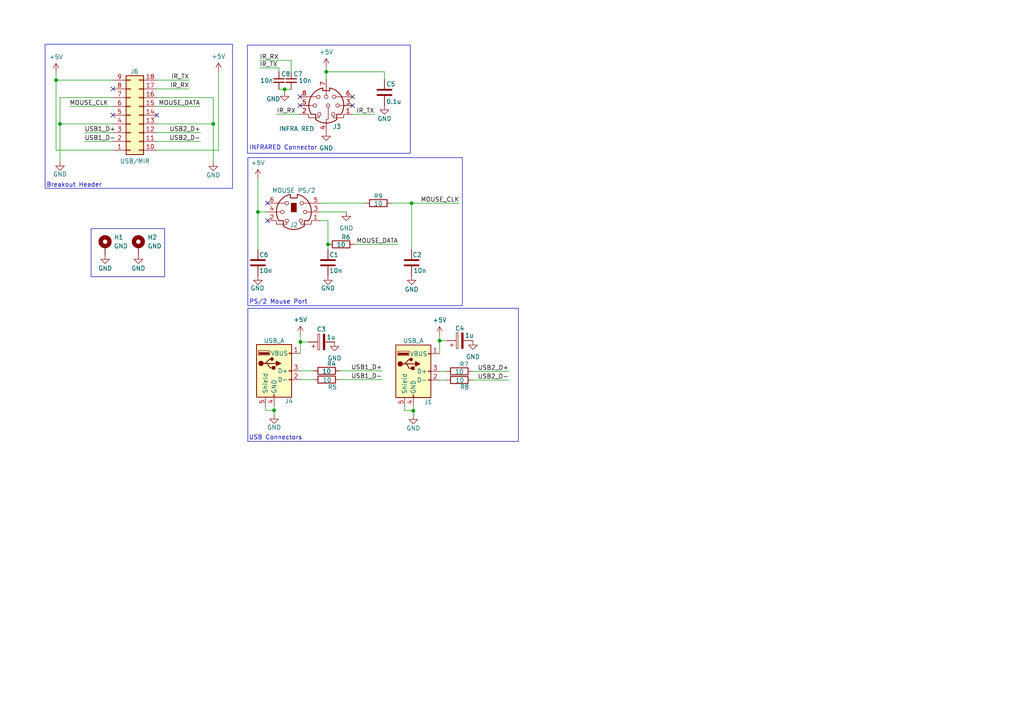
<source format=kicad_sch>
(kicad_sch (version 20231120) (generator "eeschema") (generator_version "8.0")
  (paper "A4")
  (lib_symbols
    (symbol "Connector:Mini-DIN-6" (pin_names (offset 1.016))
      (property "Reference" "J" (at 0 6.35 0))
      (property "Value" "Mini-DIN-6" (at 0 -6.35 0))
      (symbol "Mini-DIN-6_0_1"
        (circle (center -3.302 0) (radius 0.508))
        (arc (start -3.048 -4.064) (mid 0 -5.08) (end 3.048 -4.064) (stroke (width 0.254)))
        (circle (center -2.032 -2.54) (radius 0.508))
        (circle (center -2.032 2.54) (radius 0.508))
        (arc (start -1.016 5.08) (mid -4.6228 2.1214) (end -4.318 -2.54) (stroke (width 0.254)))
        (rectangle (start -0.762 2.54) (end 0.762 0) (fill (type outline)))
        (polyline (pts (xy -3.81 0) (xy -5.08 0)))
        (polyline (pts (xy -2.54 2.54) (xy -5.08 2.54)))
        (polyline (pts (xy 2.794 2.54) (xy 5.08 2.54)))
        (polyline (pts (xy 5.08 0) (xy 3.81 0)))
        (polyline (pts (xy -4.318 -2.54) (xy -3.048 -2.54) (xy -3.048 -4.064)) (stroke (width 0.254)))
        (polyline (pts (xy 4.318 -2.54) (xy 3.048 -2.54) (xy 3.048 -4.064)) (stroke (width 0.254)))
        (polyline (pts (xy -2.032 -3.048) (xy -2.032 -3.556) (xy -5.08 -3.556) (xy -5.08 -2.54)))
        (polyline (pts (xy -1.016 5.08) (xy -1.016 4.064) (xy 1.016 4.064) (xy 1.016 5.08)) (stroke (width 0.254)))
        (polyline (pts (xy 2.032 -3.048) (xy 2.032 -3.556) (xy 5.08 -3.556) (xy 5.08 -2.54)))
        (circle (center 2.032 -2.54) (radius 0.508))
        (circle (center 2.286 2.54) (radius 0.508))
        (circle (center 3.302 0) (radius 0.508))
        (arc (start 4.318 -2.54) (mid 4.6661 2.1322) (end 1.016 5.08) (stroke (width 0.254)))
      )
      (symbol "Mini-DIN-6_1_1"
        (pin passive line (at 7.62 -2.54 180) (length 2.54) (name "~") (number "1"))
        (pin passive line (at -7.62 -2.54 0) (length 2.54) (name "~") (number "2"))
        (pin passive line (at 7.62 0 180) (length 2.54) (name "~") (number "3"))
        (pin passive line (at -7.62 0 0) (length 2.54) (name "~") (number "4"))
        (pin passive line (at 7.62 2.54 180) (length 2.54) (name "~") (number "5"))
        (pin passive line (at -7.62 2.54 0) (length 2.54) (name "~") (number "6"))
      )
    )
    (symbol "Connector:Mini-DIN-8" (pin_names (offset 1.016))
      (property "Reference" "J" (at 5.08 5.08 0))
      (property "Value" "Mini-DIN-8" (at 10.668 -5.08 0))
      (symbol "Mini-DIN-8_0_1"
        (circle (center -3.302 0) (radius 0.508))
        (arc (start -3.048 -4.064) (mid 0 -5.08) (end 3.048 -4.064) (stroke (width 0.254)))
        (circle (center -2.286 2.5146) (radius 0.508))
        (circle (center -2.032 -2.54) (radius 0.508))
        (arc (start -1.016 5.08) (mid -4.6228 2.1214) (end -4.318 -2.54) (stroke (width 0.254)))
        (polyline (pts (xy -3.81 0) (xy -5.08 0)))
        (polyline (pts (xy -2.794 2.54) (xy -5.334 2.54)))
        (polyline (pts (xy 0 5.1054) (xy 0 3.048)))
        (polyline (pts (xy 2.794 2.54) (xy 5.08 2.54)))
        (polyline (pts (xy 5.08 0) (xy 3.81 0)))
        (polyline (pts (xy -4.318 -2.54) (xy -3.048 -2.54) (xy -3.048 -4.064)) (stroke (width 0.254)))
        (polyline (pts (xy 4.318 -2.54) (xy 3.048 -2.54) (xy 3.048 -4.064)) (stroke (width 0.254)))
        (polyline (pts (xy -2.032 -3.048) (xy -2.032 -3.556) (xy -5.08 -3.556) (xy -5.08 -2.54)))
        (polyline (pts (xy -1.016 5.08) (xy -1.016 4.318) (xy 1.016 4.318) (xy 1.016 5.08)) (stroke (width 0.254)))
        (polyline (pts (xy 0.5842 -0.508) (xy 0.5842 -4.0132) (xy 0 -4.0132) (xy 0 -5.1816)))
        (polyline (pts (xy 2.032 -3.048) (xy 2.032 -3.556) (xy 5.08 -3.556) (xy 5.08 -2.54)))
        (circle (center 0 2.54) (radius 0.508))
        (circle (center 2.032 -2.54) (radius 0.508))
        (circle (center 2.286 2.54) (radius 0.508))
        (circle (center 3.302 0) (radius 0.508))
        (arc (start 4.318 -2.54) (mid 4.6661 2.1322) (end 1.016 5.08) (stroke (width 0.254)))
      )
      (symbol "Mini-DIN-8_1_1"
        (circle (center 0.5334 0) (radius 0.508))
        (pin passive line (at 7.62 -2.54 180) (length 2.54) (name "~") (number "1"))
        (pin passive line (at -7.62 -2.54 0) (length 2.54) (name "~") (number "2"))
        (pin passive line (at 7.62 0 180) (length 2.54) (name "~") (number "3"))
        (pin passive line (at 0 -7.62 90) (length 2.54) (name "~") (number "4"))
        (pin passive line (at -7.62 0 0) (length 2.54) (name "~") (number "5"))
        (pin passive line (at 7.62 2.54 180) (length 2.54) (name "~") (number "6"))
        (pin passive line (at 0 7.62 270) (length 2.54) (name "~") (number "7"))
        (pin passive line (at -7.62 2.54 0) (length 2.54) (name "~") (number "8"))
      )
    )
    (symbol "Connector:USB_A" (pin_names (offset 1.016))
      (property "Reference" "J" (at -5.08 11.43 0))
      (property "Value" "USB_A" (at -5.08 8.89 0))
      (symbol "USB_A_0_1"
        (rectangle (start -5.08 -7.62) (end 5.08 7.62) (stroke (width 0.254)) (fill (type background)))
        (circle (center -3.81 2.159) (radius 0.635) (stroke (width 0.254)) (fill (type outline)))
        (rectangle (start -1.524 4.826) (end -4.318 5.334) (fill (type outline)))
        (rectangle (start -1.27 4.572) (end -4.572 5.842))
        (circle (center -0.635 3.429) (radius 0.381) (stroke (width 0.254)) (fill (type outline)))
        (rectangle (start -0.127 -7.62) (end 0.127 -6.858))
        (polyline (pts (xy -3.175 2.159) (xy -2.54 2.159) (xy -1.27 3.429) (xy -0.635 3.429)) (stroke (width 0.254)))
        (polyline (pts (xy -2.54 2.159) (xy -1.905 2.159) (xy -1.27 0.889) (xy 0 0.889)) (stroke (width 0.254)))
        (polyline (pts (xy 0.635 2.794) (xy 0.635 1.524) (xy 1.905 2.159) (xy 0.635 2.794)) (stroke (width 0.254)) (fill (type outline)))
        (rectangle (start 0.254 1.27) (end -0.508 0.508) (stroke (width 0.254)) (fill (type outline)))
        (rectangle (start 5.08 -2.667) (end 4.318 -2.413))
        (rectangle (start 5.08 -0.127) (end 4.318 0.127))
        (rectangle (start 5.08 4.953) (end 4.318 5.207))
      )
      (symbol "USB_A_1_1"
        (polyline (pts (xy -1.905 2.159) (xy 0.635 2.159)) (stroke (width 0.254)))
        (pin power_in line (at 7.62 5.08 180) (length 2.54) (name "VBUS") (number "1"))
        (pin bidirectional line (at 7.62 -2.54 180) (length 2.54) (name "D-") (number "2"))
        (pin bidirectional line (at 7.62 0 180) (length 2.54) (name "D+") (number "3"))
        (pin power_in line (at 0 -10.16 90) (length 2.54) (name "GND") (number "4"))
        (pin passive line (at -2.54 -10.16 90) (length 2.54) (name "Shield") (number "5"))
      )
    )
    (symbol "Connector_Generic:Conn_02x09_Top_Bottom" (pin_names (offset 1.016) hide)
      (property "Reference" "J" (at 1.27 12.7 0))
      (property "Value" "Conn_02x09_Top_Bottom" (at 1.27 -12.7 0))
      (symbol "Conn_02x09_Top_Bottom_1_1"
        (rectangle (start -1.27 -10.033) (end 0 -10.287) (stroke (width 0.1524)))
        (rectangle (start -1.27 -7.493) (end 0 -7.747) (stroke (width 0.1524)))
        (rectangle (start -1.27 -4.953) (end 0 -5.207) (stroke (width 0.1524)))
        (rectangle (start -1.27 -2.413) (end 0 -2.667) (stroke (width 0.1524)))
        (rectangle (start -1.27 0.127) (end 0 -0.127) (stroke (width 0.1524)))
        (rectangle (start -1.27 2.667) (end 0 2.413) (stroke (width 0.1524)))
        (rectangle (start -1.27 5.207) (end 0 4.953) (stroke (width 0.1524)))
        (rectangle (start -1.27 7.747) (end 0 7.493) (stroke (width 0.1524)))
        (rectangle (start -1.27 10.287) (end 0 10.033) (stroke (width 0.1524)))
        (rectangle (start -1.27 11.43) (end 3.81 -11.43) (stroke (width 0.254)) (fill (type background)))
        (rectangle (start 3.81 -10.033) (end 2.54 -10.287) (stroke (width 0.1524)))
        (rectangle (start 3.81 -7.493) (end 2.54 -7.747) (stroke (width 0.1524)))
        (rectangle (start 3.81 -4.953) (end 2.54 -5.207) (stroke (width 0.1524)))
        (rectangle (start 3.81 -2.413) (end 2.54 -2.667) (stroke (width 0.1524)))
        (rectangle (start 3.81 0.127) (end 2.54 -0.127) (stroke (width 0.1524)))
        (rectangle (start 3.81 2.667) (end 2.54 2.413) (stroke (width 0.1524)))
        (rectangle (start 3.81 5.207) (end 2.54 4.953) (stroke (width 0.1524)))
        (rectangle (start 3.81 7.747) (end 2.54 7.493) (stroke (width 0.1524)))
        (rectangle (start 3.81 10.287) (end 2.54 10.033) (stroke (width 0.1524)))
        (pin passive line (at -5.08 10.16 0) (length 3.81) (name "Pin_1") (number "1"))
        (pin passive line (at 7.62 10.16 180) (length 3.81) (name "Pin_10") (number "10"))
        (pin passive line (at 7.62 7.62 180) (length 3.81) (name "Pin_11") (number "11"))
        (pin passive line (at 7.62 5.08 180) (length 3.81) (name "Pin_12") (number "12"))
        (pin passive line (at 7.62 2.54 180) (length 3.81) (name "Pin_13") (number "13"))
        (pin passive line (at 7.62 0 180) (length 3.81) (name "Pin_14") (number "14"))
        (pin passive line (at 7.62 -2.54 180) (length 3.81) (name "Pin_15") (number "15"))
        (pin passive line (at 7.62 -5.08 180) (length 3.81) (name "Pin_16") (number "16"))
        (pin passive line (at 7.62 -7.62 180) (length 3.81) (name "Pin_17") (number "17"))
        (pin passive line (at 7.62 -10.16 180) (length 3.81) (name "Pin_18") (number "18"))
        (pin passive line (at -5.08 7.62 0) (length 3.81) (name "Pin_2") (number "2"))
        (pin passive line (at -5.08 5.08 0) (length 3.81) (name "Pin_3") (number "3"))
        (pin passive line (at -5.08 2.54 0) (length 3.81) (name "Pin_4") (number "4"))
        (pin passive line (at -5.08 0 0) (length 3.81) (name "Pin_5") (number "5"))
        (pin passive line (at -5.08 -2.54 0) (length 3.81) (name "Pin_6") (number "6"))
        (pin passive line (at -5.08 -5.08 0) (length 3.81) (name "Pin_7") (number "7"))
        (pin passive line (at -5.08 -7.62 0) (length 3.81) (name "Pin_8") (number "8"))
        (pin passive line (at -5.08 -10.16 0) (length 3.81) (name "Pin_9") (number "9"))
      )
    )
    (symbol "Device:C" (pin_numbers hide) (pin_names (offset 0.254))
      (property "Reference" "C" (at 0.635 2.54 0))
      (property "Value" "C" (at 0.635 -2.54 0))
      (symbol "C_0_1"
        (polyline (pts (xy -2.032 -0.762) (xy 2.032 -0.762)) (stroke (width 0.508)))
        (polyline (pts (xy -2.032 0.762) (xy 2.032 0.762)) (stroke (width 0.508)))
      )
      (symbol "C_1_1"
        (pin passive line (at 0 3.81 270) (length 2.794) (name "~") (number "1"))
        (pin passive line (at 0 -3.81 90) (length 2.794) (name "~") (number "2"))
      )
    )
    (symbol "Device:C_Polarized" (pin_numbers hide) (pin_names (offset 0.254))
      (property "Reference" "C" (at 0.635 2.54 0))
      (property "Value" "C_Polarized" (at 0.635 -2.54 0))
      (symbol "C_Polarized_0_1"
        (rectangle (start -2.286 0.508) (end 2.286 1.016))
        (polyline (pts (xy -1.778 2.286) (xy -0.762 2.286)))
        (polyline (pts (xy -1.27 2.794) (xy -1.27 1.778)))
        (rectangle (start 2.286 -0.508) (end -2.286 -1.016) (fill (type outline)))
      )
      (symbol "C_Polarized_1_1"
        (pin passive line (at 0 3.81 270) (length 2.794) (name "~") (number "1"))
        (pin passive line (at 0 -3.81 90) (length 2.794) (name "~") (number "2"))
      )
    )
    (symbol "Device:C_Small" (pin_numbers hide) (pin_names (offset 0.254) hide)
      (property "Reference" "C" (at 0.254 1.778 0))
      (property "Value" "C_Small" (at 0.254 -2.032 0))
      (symbol "C_Small_0_1"
        (polyline (pts (xy -1.524 -0.508) (xy 1.524 -0.508)) (stroke (width 0.3302)))
        (polyline (pts (xy -1.524 0.508) (xy 1.524 0.508)) (stroke (width 0.3048)))
      )
      (symbol "C_Small_1_1"
        (pin passive line (at 0 2.54 270) (length 2.032) (name "~") (number "1"))
        (pin passive line (at 0 -2.54 90) (length 2.032) (name "~") (number "2"))
      )
    )
    (symbol "Device:R" (pin_numbers hide) (pin_names (offset 0))
      (property "Reference" "R" (at 2.032 0 90))
      (property "Value" "R" (at 0 0 90))
      (symbol "R_0_1"
        (rectangle (start -1.016 -2.54) (end 1.016 2.54) (stroke (width 0.254)))
      )
      (symbol "R_1_1"
        (pin passive line (at 0 3.81 270) (length 1.27) (name "~") (number "1"))
        (pin passive line (at 0 -3.81 90) (length 1.27) (name "~") (number "2"))
      )
    )
    (symbol "Mechanical:MountingHole_Pad" (pin_numbers hide) (pin_names (offset 1.016) hide)
      (property "Reference" "H" (at 0 6.35 0))
      (property "Value" "MountingHole_Pad" (at 0 4.445 0))
      (symbol "MountingHole_Pad_0_1"
        (circle (center 0 1.27) (radius 1.27) (stroke (width 1.27)))
      )
      (symbol "MountingHole_Pad_1_1"
        (pin input line (at 0 -2.54 90) (length 2.54) (name "1") (number "1"))
      )
    )
    (symbol "power:+5V" (power) (pin_names (offset 0))
      (property "Value" "+5V" (at 0 3.556 0))
      (symbol "+5V_0_1"
        (polyline (pts (xy -0.762 1.27) (xy 0 2.54)))
        (polyline (pts (xy 0 0) (xy 0 2.54)))
        (polyline (pts (xy 0 2.54) (xy 0.762 1.27)))
      )
      (symbol "+5V_1_1"
        (pin power_in line (at 0 0 90) (length 0) hide (name "+5V") (number "1"))
      )
    )
    (symbol "power:GND" (power) (pin_names (offset 0))
      (property "Value" "GND" (at 0 -3.81 0))
      (symbol "GND_0_1"
        (polyline (pts (xy 0 0) (xy 0 -1.27) (xy 1.27 -1.27) (xy 0 -2.54) (xy -1.27 -1.27) (xy 0 -1.27)))
      )
      (symbol "GND_1_1"
        (pin power_in line (at 0 0 270) (length 0) hide (name "GND") (number "1"))
      )
    )
  )
  (junction (at 87.122 99.187))
  (junction (at 74.803 61.468))
  (junction (at 61.849 35.941))
  (junction (at 16.256 23.241))
  (junction (at 119.888 119.126))
  (junction (at 127.508 98.806))
  (junction (at 95.123 70.866))
  (junction (at 119.38 58.928))
  (junction (at 17.399 35.941))
  (junction (at 94.615 20.828))
  (junction (at 79.502 118.999))
  (junction (at 82.55 25.908))
  (no_connect (at 45.466 33.401))
  (no_connect (at 102.235 28.067))
  (no_connect (at 77.597 58.928))
  (no_connect (at 77.597 64.008))
  (no_connect (at 32.766 33.401))
  (no_connect (at 32.766 25.781))
  (no_connect (at 86.995 30.607))
  (no_connect (at 102.235 30.607))
  (no_connect (at 86.995 28.067))
  (wire (pts (xy 80.264 33.147) (xy 86.995 33.147)))
  (wire (pts (xy 32.766 23.241) (xy 16.256 23.241)))
  (wire (pts (xy 94.615 20.828) (xy 94.615 22.987)))
  (wire (pts (xy 102.235 33.147) (xy 108.585 33.147)))
  (wire (pts (xy 84.455 25.908) (xy 82.55 25.908)))
  (wire (pts (xy 137.033 110.236) (xy 147.574 110.236)))
  (wire (pts (xy 111.506 20.828) (xy 94.615 20.828)))
  (wire (pts (xy 20.193 30.861) (xy 32.766 30.861)))
  (wire (pts (xy 127.508 110.236) (xy 129.413 110.236)))
  (wire (pts (xy 119.888 117.856) (xy 119.888 119.126)))
  (wire (pts (xy 76.962 117.729) (xy 76.962 118.999)))
  (wire (pts (xy 111.506 22.987) (xy 111.506 20.828)))
  (wire (pts (xy 82.55 25.908) (xy 82.55 26.67)))
  (wire (pts (xy 90.932 107.569) (xy 87.122 107.569)))
  (wire (pts (xy 16.256 20.955) (xy 16.256 23.241)))
  (wire (pts (xy 32.766 38.481) (xy 24.511 38.481)))
  (wire (pts (xy 119.38 58.928) (xy 113.538 58.928)))
  (wire (pts (xy 79.502 117.729) (xy 79.502 118.999)))
  (wire (pts (xy 137.033 107.696) (xy 147.574 107.696)))
  (wire (pts (xy 45.466 28.321) (xy 61.849 28.321)))
  (wire (pts (xy 17.399 35.941) (xy 32.766 35.941)))
  (wire (pts (xy 127.508 107.696) (xy 129.413 107.696)))
  (wire (pts (xy 127.508 97.282) (xy 127.508 98.806)))
  (wire (pts (xy 90.932 110.109) (xy 87.122 110.109)))
  (wire (pts (xy 75.311 19.685) (xy 80.899 19.685)))
  (wire (pts (xy 74.803 61.468) (xy 77.597 61.468)))
  (wire (pts (xy 87.122 99.187) (xy 87.122 102.489)))
  (wire (pts (xy 61.849 28.321) (xy 61.849 35.941)))
  (wire (pts (xy 45.466 38.481) (xy 58.166 38.481)))
  (wire (pts (xy 84.455 17.526) (xy 75.311 17.526)))
  (wire (pts (xy 45.466 35.941) (xy 61.849 35.941)))
  (wire (pts (xy 84.455 20.828) (xy 84.455 17.526)))
  (wire (pts (xy 76.962 118.999) (xy 79.502 118.999)))
  (wire (pts (xy 16.256 43.561) (xy 16.256 23.241)))
  (wire (pts (xy 74.803 51.689) (xy 74.803 61.468)))
  (wire (pts (xy 74.803 72.39) (xy 74.803 61.468)))
  (wire (pts (xy 94.615 19.558) (xy 94.615 20.828)))
  (wire (pts (xy 17.399 35.941) (xy 17.399 46.863)))
  (wire (pts (xy 45.466 43.561) (xy 63.373 43.561)))
  (wire (pts (xy 63.373 20.828) (xy 63.373 43.561)))
  (wire (pts (xy 32.766 28.321) (xy 17.399 28.321)))
  (wire (pts (xy 110.871 107.569) (xy 98.552 107.569)))
  (wire (pts (xy 89.408 99.187) (xy 87.122 99.187)))
  (wire (pts (xy 127.508 98.806) (xy 127.508 102.616)))
  (wire (pts (xy 133.223 58.928) (xy 119.38 58.928)))
  (wire (pts (xy 45.466 41.021) (xy 58.166 41.021)))
  (wire (pts (xy 129.54 98.806) (xy 127.508 98.806)))
  (wire (pts (xy 54.864 25.781) (xy 45.466 25.781)))
  (wire (pts (xy 117.348 117.856) (xy 117.348 119.126)))
  (wire (pts (xy 79.502 118.999) (xy 79.502 120.269)))
  (wire (pts (xy 17.399 28.321) (xy 17.399 35.941)))
  (wire (pts (xy 117.348 119.126) (xy 119.888 119.126)))
  (wire (pts (xy 110.871 110.109) (xy 98.552 110.109)))
  (wire (pts (xy 119.888 119.126) (xy 119.888 120.396)))
  (wire (pts (xy 92.837 64.008) (xy 95.123 64.008)))
  (wire (pts (xy 95.123 70.866) (xy 95.123 72.39)))
  (wire (pts (xy 92.837 61.468) (xy 100.457 61.468)))
  (wire (pts (xy 87.122 97.155) (xy 87.122 99.187)))
  (wire (pts (xy 58.039 30.861) (xy 45.466 30.861)))
  (wire (pts (xy 61.849 35.941) (xy 61.849 46.99)))
  (wire (pts (xy 92.837 58.928) (xy 105.918 58.928)))
  (wire (pts (xy 119.38 72.39) (xy 119.38 58.928)))
  (wire (pts (xy 32.766 43.561) (xy 16.256 43.561)))
  (wire (pts (xy 80.899 19.685) (xy 80.899 20.828)))
  (wire (pts (xy 82.55 25.908) (xy 80.899 25.908)))
  (wire (pts (xy 54.864 23.241) (xy 45.466 23.241)))
  (wire (pts (xy 115.443 70.866) (xy 102.743 70.866)))
  (wire (pts (xy 24.511 41.021) (xy 32.766 41.021)))
  (wire (pts (xy 95.123 64.008) (xy 95.123 70.866)))
  (rectangle (start 71.882 45.72) (end 134.112 88.646))
  (rectangle (start 71.755 13.081) (end 118.999 44.45))
  (rectangle (start 13.081 12.827) (end 67.437 54.61))
  (rectangle (start 26.416 66.294) (end 47.752 80.264))
  (rectangle (start 71.882 89.408) (end 150.368 128.016))
  (text "PS/2 Mouse Port\n" (at 72.263 88.392 0) (effects (font (size 1.27 1.27)) (justify left bottom)))
  (text "USB Connectors\n" (at 72.136 127.762 0) (effects (font (size 1.27 1.27)) (justify left bottom)))
  (text "Breakout Header\n" (at 13.462 54.483 0) (effects (font (size 1.27 1.27)) (justify left bottom)))
  (text "INFRARED Connector\n" (at 72.263 43.688 0) (effects (font (size 1.27 1.27)) (justify left bottom)))
  (label "USB2_D-" (at 147.574 110.236 180))
  (label "IR_TX" (at 108.585 33.147 180))
  (label "MOUSE_CLK" (at 133.223 58.928 180))
  (label "USB1_D+" (at 24.511 38.481 0))
  (label "USB1_D-" (at 110.871 110.109 180))
  (label "MOUSE_DATA" (at 58.039 30.861 180))
  (label "IR_RX" (at 75.311 17.526 0))
  (label "IR_TX" (at 54.864 23.241 180))
  (label "USB2_D+" (at 58.166 38.481 180))
  (label "IR_RX" (at 80.264 33.147 0))
  (label "MOUSE_CLK" (at 20.193 30.861 0))
  (label "IR_TX" (at 75.311 19.685 0))
  (label "USB1_D+" (at 110.871 107.569 180))
  (label "USB2_D+" (at 147.574 107.696 180))
  (label "IR_RX" (at 54.864 25.781 180))
  (label "MOUSE_DATA" (at 115.443 70.866 180))
  (label "USB1_D-" (at 24.511 41.021 0))
  (label "USB2_D-" (at 58.166 41.021 180))
  (symbol (lib_id "power:GND") (at 100.457 61.468 0) (unit 1)
    (property "Reference" "#PWR010" (effects (hide yes)))
    (property "Value" "GND" (at 100.457 66.167 0))
  )
  (symbol (lib_id "power:+5V") (at 16.256 20.955 0) (unit 1)
    (property "Reference" "#PWR01" (effects (hide yes)))
    (property "Value" "+5V" (at 16.256 16.51 0))
  )
  (symbol (lib_id "Device:C_Polarized") (at 133.35 98.806 90) (unit 1)
    (property "Reference" "C4" (at 133.35 95.25 90))
    (property "Value" "1u" (at 136.144 97.282 90))
    (property "Footprint" "Capacitor_SMD:CP_Elec_4x5.3" (effects (hide yes)))
  )
  (symbol (lib_id "power:GND") (at 97.028 99.187 0) (unit 1)
    (property "Reference" "#PWR015" (effects (hide yes)))
    (property "Value" "GND" (at 97.028 103.886 0))
  )
  (symbol (lib_id "Device:C") (at 74.803 76.2 0) (unit 1)
    (property "Reference" "C6" (at 75.184 73.914 0) (effects (justify left)))
    (property "Value" "10n" (at 75.184 78.486 0) (effects (justify left)))
    (property "Footprint" "Capacitor_SMD:C_0805_2012Metric_Pad1.18x1.45mm_HandSolder" (effects (hide yes)))
  )
  (symbol (lib_id "Connector:Mini-DIN-8") (at 94.615 30.607 0) (unit 1)
    (property "Reference" "J3" (at 96.52 36.703 0) (effects (justify left)))
    (property "Value" "INFRA RED" (at 80.899 37.338 0) (effects (justify left)))
    (property "Footprint" "8PinDin:CONN8_1658998-1_TEC" (effects (hide yes)))
    (property "Datasheet" "http://service.powerdynamics.com/ec/Catalog17/Section%2011.pdf" (effects (hide yes)))
  )
  (symbol (lib_id "Device:R") (at 94.742 107.569 90) (unit 1)
    (property "Reference" "R4" (at 96.139 105.537 90))
    (property "Value" "10" (at 94.742 107.696 90))
    (property "Footprint" "Resistor_SMD:R_0805_2012Metric_Pad1.20x1.40mm_HandSolder" (effects (hide yes)))
  )
  (symbol (lib_id "Device:R") (at 109.728 58.928 90) (unit 1)
    (property "Reference" "R9" (at 109.728 56.896 90))
    (property "Value" "10" (at 109.728 59.055 90))
    (property "Footprint" "Resistor_SMD:R_0805_2012Metric_Pad1.20x1.40mm_HandSolder" (effects (hide yes)))
  )
  (symbol (lib_id "power:GND") (at 137.16 98.806 0) (unit 1)
    (property "Reference" "#PWR014" (effects (hide yes)))
    (property "Value" "GND" (at 137.16 103.505 0))
  )
  (symbol (lib_id "power:GND") (at 79.502 120.269 0) (unit 1)
    (property "Reference" "#PWR06" (effects (hide yes)))
    (property "Value" "GND" (at 79.502 123.952 0))
  )
  (symbol (lib_id "Device:C") (at 111.506 26.797 0) (unit 1)
    (property "Reference" "C5" (at 112.014 24.384 0) (effects (justify left)))
    (property "Value" "0.1u" (at 112.014 29.464 0) (effects (justify left)))
    (property "Footprint" "Capacitor_SMD:C_0805_2012Metric_Pad1.18x1.45mm_HandSolder" (effects (hide yes)))
  )
  (symbol (lib_id "Mechanical:MountingHole_Pad") (at 30.48 71.374 0) (unit 1)
    (property "Reference" "H1" (at 33.02 68.834 0) (effects (justify left)))
    (property "Value" "GND" (at 33.02 71.374 0) (effects (justify left)))
    (property "Footprint" "MountingHole:MountingHole_2.5mm_Pad_TopBottom" (effects (hide yes)))
  )
  (symbol (lib_id "Connector:Mini-DIN-6") (at 85.217 61.468 0) (unit 1)
    (property "Reference" "J2" (at 85.217 65.278 0))
    (property "Value" "MOUSE PS/2" (at 85.217 55.245 0))
    (property "Footprint" "Custom Footprints:Connector_Mini-DIN_Female_6Pin_2rows" (effects (hide yes)))
    (property "Datasheet" "http://service.powerdynamics.com/ec/Catalog17/Section%2011.pdf" (effects (hide yes)))
  )
  (symbol (lib_id "Device:R") (at 98.933 70.866 90) (unit 1)
    (property "Reference" "R6" (at 100.33 68.834 90))
    (property "Value" "10" (at 98.933 70.993 90))
    (property "Footprint" "Resistor_SMD:R_0805_2012Metric_Pad1.20x1.40mm_HandSolder" (effects (hide yes)))
  )
  (symbol (lib_id "power:+5V") (at 94.615 19.558 0) (unit 1)
    (property "Reference" "#PWR016" (effects (hide yes)))
    (property "Value" "+5V" (at 94.615 15.113 0))
  )
  (symbol (lib_id "power:GND") (at 30.48 73.914 0) (unit 1)
    (property "Reference" "#PWR017" (effects (hide yes)))
    (property "Value" "GND" (at 30.48 77.851 0))
  )
  (symbol (lib_id "power:GND") (at 17.399 46.863 0) (unit 1)
    (property "Reference" "#PWR02" (effects (hide yes)))
    (property "Value" "GND" (at 17.399 50.546 0))
  )
  (symbol (lib_id "power:GND") (at 94.615 38.227 0) (unit 1)
    (property "Reference" "#PWR09" (effects (hide yes)))
    (property "Value" "GND" (at 94.615 42.926 0))
  )
  (symbol (lib_id "Connector:USB_A") (at 79.502 107.569 0) (unit 1)
    (property "Reference" "J4" (at 83.82 116.332 0))
    (property "Value" "USB_A" (at 79.502 98.806 0))
    (property "Footprint" "Connector_USB:USB_A_Molex_67643_Horizontal" (effects (hide yes)))
    (property "Datasheet" " ~" (effects (hide yes)))
  )
  (symbol (lib_id "power:+5V") (at 63.373 20.828 0) (unit 1)
    (property "Reference" "#PWR03" (effects (hide yes)))
    (property "Value" "+5V" (at 63.373 16.383 0))
  )
  (symbol (lib_id "power:GND") (at 119.888 120.396 0) (unit 1)
    (property "Reference" "#PWR07" (effects (hide yes)))
    (property "Value" "GND" (at 119.888 124.206 0))
  )
  (symbol (lib_id "power:+5V") (at 74.803 51.689 0) (unit 1)
    (property "Reference" "#PWR012" (effects (hide yes)))
    (property "Value" "+5V" (at 74.803 47.244 0))
  )
  (symbol (lib_id "power:+5V") (at 127.508 97.282 0) (unit 1)
    (property "Reference" "#PWR08" (effects (hide yes)))
    (property "Value" "+5V" (at 127.508 92.837 0))
  )
  (symbol (lib_id "power:GND") (at 74.803 80.01 0) (unit 1)
    (property "Reference" "#PWR019" (effects (hide yes)))
    (property "Value" "GND" (at 74.676 83.566 0))
  )
  (symbol (lib_id "Device:R") (at 133.223 110.236 90) (unit 1)
    (property "Reference" "R8" (at 134.747 112.268 90))
    (property "Value" "10" (at 133.35 110.363 90))
    (property "Footprint" "Resistor_SMD:R_0805_2012Metric_Pad1.20x1.40mm_HandSolder" (effects (hide yes)))
  )
  (symbol (lib_id "power:GND") (at 95.123 80.01 0) (unit 1)
    (property "Reference" "#PWR011" (effects (hide yes)))
    (property "Value" "GND" (at 95.123 83.566 0))
  )
  (symbol (lib_id "Device:R") (at 133.223 107.696 90) (unit 1)
    (property "Reference" "R7" (at 134.62 105.664 90))
    (property "Value" "10" (at 133.223 107.823 90))
    (property "Footprint" "Resistor_SMD:R_0805_2012Metric_Pad1.20x1.40mm_HandSolder" (effects (hide yes)))
  )
  (symbol (lib_id "Device:C_Polarized") (at 93.218 99.187 90) (unit 1)
    (property "Reference" "C3" (at 93.218 95.504 90))
    (property "Value" "1u" (at 96.012 97.79 90))
    (property "Footprint" "Capacitor_SMD:CP_Elec_4x5.3" (effects (hide yes)))
  )
  (symbol (lib_id "Device:R") (at 94.742 110.109 90) (unit 1)
    (property "Reference" "R5" (at 96.393 112.268 90))
    (property "Value" "10" (at 94.869 110.236 90))
    (property "Footprint" "Resistor_SMD:R_0805_2012Metric_Pad1.20x1.40mm_HandSolder" (effects (hide yes)))
  )
  (symbol (lib_id "Device:C") (at 95.123 76.2 0) (unit 1)
    (property "Reference" "C1" (at 95.504 73.914 0) (effects (justify left)))
    (property "Value" "10n" (at 95.504 78.486 0) (effects (justify left)))
    (property "Footprint" "Capacitor_SMD:C_0805_2012Metric_Pad1.18x1.45mm_HandSolder" (effects (hide yes)))
  )
  (symbol (lib_id "power:GND") (at 111.506 30.607 0) (unit 1)
    (property "Reference" "#PWR018" (effects (hide yes)))
    (property "Value" "GND" (at 111.506 34.417 0))
  )
  (symbol (lib_id "power:GND") (at 40.132 73.914 0) (unit 1)
    (property "Reference" "#PWR020" (effects (hide yes)))
    (property "Value" "GND" (at 40.132 77.851 0))
  )
  (symbol (lib_id "power:GND") (at 61.849 46.99 0) (unit 1)
    (property "Reference" "#PWR04" (effects (hide yes)))
    (property "Value" "GND" (at 61.849 50.8 0))
  )
  (symbol (lib_id "Device:C_Small") (at 84.455 23.368 0) (unit 1)
    (property "Reference" "C7" (at 85.09 21.463 0) (effects (justify left)))
    (property "Value" "10n" (at 86.614 23.368 0) (effects (justify left)))
    (property "Footprint" "Capacitor_SMD:C_0805_2012Metric_Pad1.18x1.45mm_HandSolder" (effects (hide yes)))
  )
  (symbol (lib_id "power:GND") (at 82.55 26.67 0) (unit 1)
    (property "Reference" "#PWR021" (effects (hide yes)))
    (property "Value" "GND" (at 79.248 28.702 0))
  )
  (symbol (lib_id "power:GND") (at 119.38 80.01 0) (unit 1)
    (property "Reference" "#PWR013" (effects (hide yes)))
    (property "Value" "GND" (at 119.38 83.947 0))
  )
  (symbol (lib_id "Connector:USB_A") (at 119.888 107.696 0) (unit 1)
    (property "Reference" "J1" (at 124.206 116.586 0))
    (property "Value" "USB_A" (at 119.888 98.806 0))
    (property "Footprint" "Connector_USB:USB_A_Molex_67643_Horizontal" (effects (hide yes)))
    (property "Datasheet" " ~" (effects (hide yes)))
  )
  (symbol (lib_id "Connector_Generic:Conn_02x09_Top_Bottom") (at 37.846 33.401 0) (mirror x) (unit 1)
    (property "Reference" "J6" (at 38.989 20.701 0))
    (property "Value" "USB/MIR" (at 39.116 46.736 0))
    (property "Footprint" "Connector_PinHeader_2.54mm:PinHeader_2x09_P2.54mm_Vertical" (effects (hide yes)))
  )
  (symbol (lib_id "Device:C_Small") (at 80.899 23.368 0) (unit 1)
    (property "Reference" "C8" (at 81.534 21.463 0) (effects (justify left)))
    (property "Value" "10n" (at 75.438 23.368 0) (effects (justify left)))
    (property "Footprint" "Capacitor_SMD:C_0805_2012Metric_Pad1.18x1.45mm_HandSolder" (effects (hide yes)))
  )
  (symbol (lib_id "Mechanical:MountingHole_Pad") (at 40.132 71.374 0) (unit 1)
    (property "Reference" "H2" (at 42.799 68.834 0) (effects (justify left)))
    (property "Value" "GND" (at 42.799 71.374 0) (effects (justify left)))
    (property "Footprint" "MountingHole:MountingHole_2.5mm_Pad_TopBottom" (effects (hide yes)))
  )
  (symbol (lib_id "Device:C") (at 119.38 76.2 0) (unit 1)
    (property "Reference" "C2" (at 119.634 73.914 0) (effects (justify left)))
    (property "Value" "10n" (at 119.888 78.486 0) (effects (justify left)))
    (property "Footprint" "Capacitor_SMD:C_0805_2012Metric_Pad1.18x1.45mm_HandSolder" (effects (hide yes)))
  )
  (symbol (lib_id "power:+5V") (at 87.122 97.155 0) (unit 1)
    (property "Reference" "#PWR05" (effects (hide yes)))
    (property "Value" "+5V" (at 87.122 92.71 0))
  )
)
</source>
